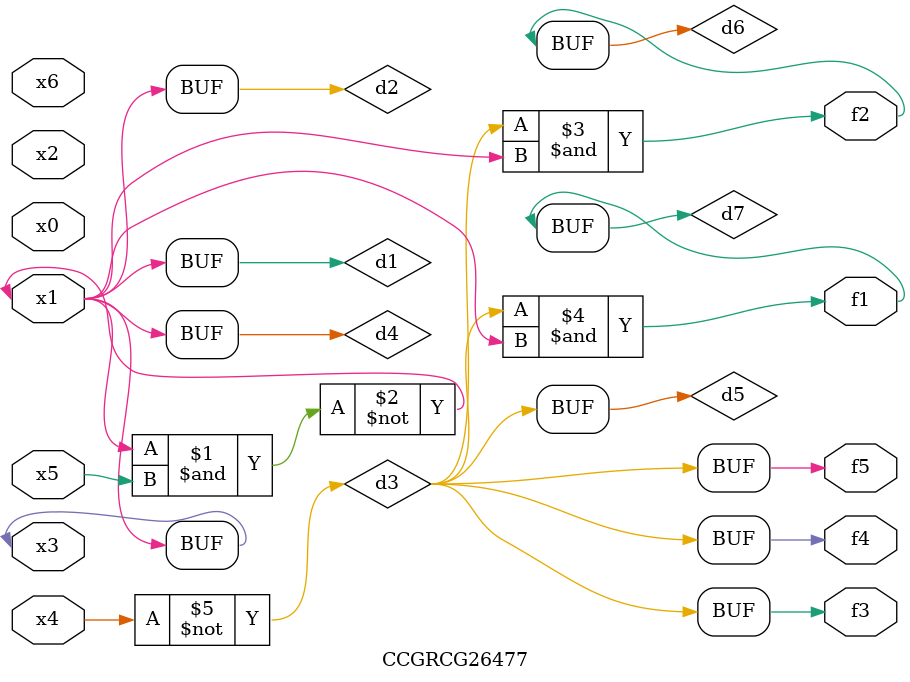
<source format=v>
module CCGRCG26477(
	input x0, x1, x2, x3, x4, x5, x6,
	output f1, f2, f3, f4, f5
);

	wire d1, d2, d3, d4, d5, d6, d7;

	buf (d1, x1, x3);
	nand (d2, x1, x5);
	not (d3, x4);
	buf (d4, d1, d2);
	buf (d5, d3);
	and (d6, d3, d4);
	and (d7, d3, d4);
	assign f1 = d7;
	assign f2 = d6;
	assign f3 = d5;
	assign f4 = d5;
	assign f5 = d5;
endmodule

</source>
